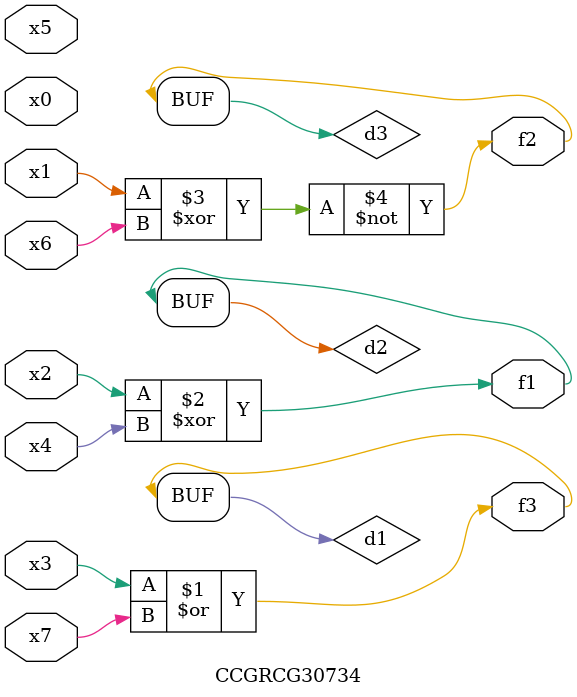
<source format=v>
module CCGRCG30734(
	input x0, x1, x2, x3, x4, x5, x6, x7,
	output f1, f2, f3
);

	wire d1, d2, d3;

	or (d1, x3, x7);
	xor (d2, x2, x4);
	xnor (d3, x1, x6);
	assign f1 = d2;
	assign f2 = d3;
	assign f3 = d1;
endmodule

</source>
